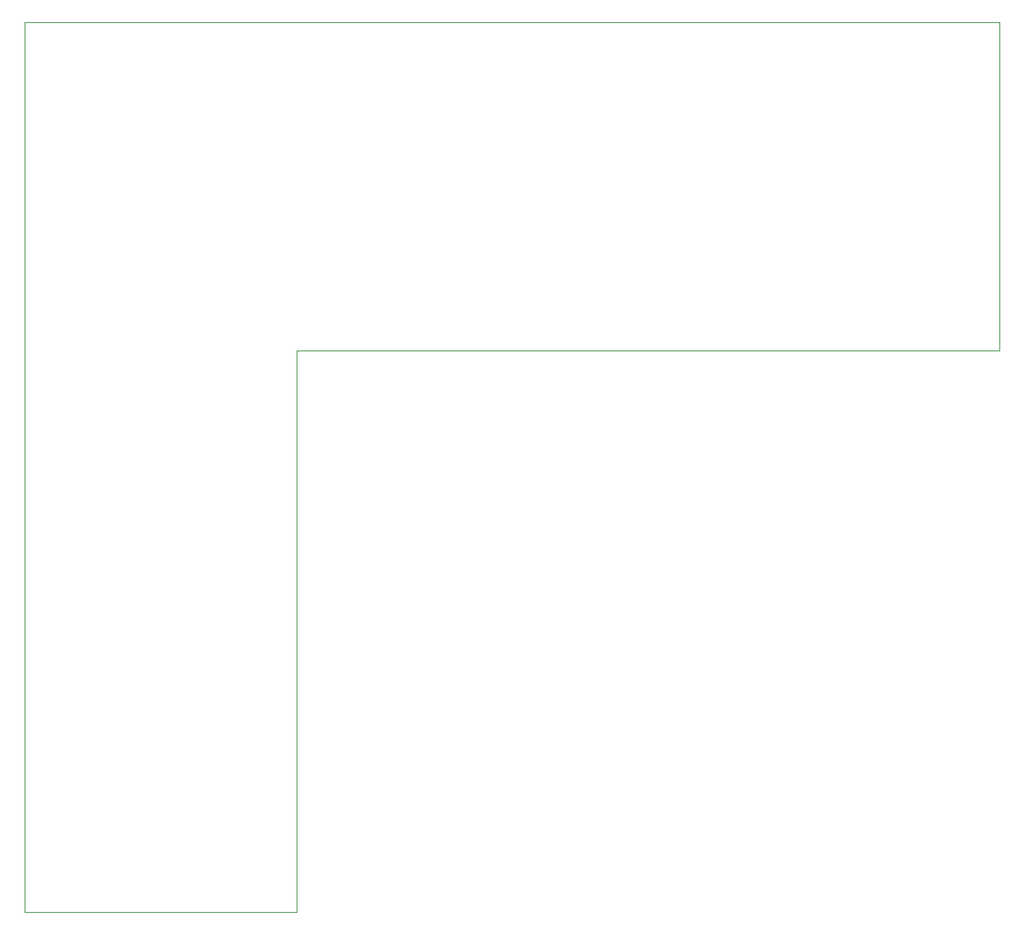
<source format=gbr>
%TF.GenerationSoftware,KiCad,Pcbnew,(6.0.0-0)*%
%TF.CreationDate,2023-01-16T13:09:06-05:00*%
%TF.ProjectId,Clank_controller,436c616e-6b5f-4636-9f6e-74726f6c6c65,rev?*%
%TF.SameCoordinates,Original*%
%TF.FileFunction,Profile,NP*%
%FSLAX46Y46*%
G04 Gerber Fmt 4.6, Leading zero omitted, Abs format (unit mm)*
G04 Created by KiCad (PCBNEW (6.0.0-0)) date 2023-01-16 13:09:06*
%MOMM*%
%LPD*%
G01*
G04 APERTURE LIST*
%TA.AperFunction,Profile*%
%ADD10C,0.100000*%
%TD*%
G04 APERTURE END LIST*
D10*
X95830000Y-152250000D02*
X95830000Y-57250000D01*
X124830000Y-152250000D02*
X95830000Y-152250000D01*
X199830000Y-92250000D02*
X124830000Y-92250000D01*
X124830000Y-92250000D02*
X124830000Y-152250000D01*
X95830000Y-57250000D02*
X199830000Y-57250000D01*
X199830000Y-57250000D02*
X199830000Y-92250000D01*
M02*

</source>
